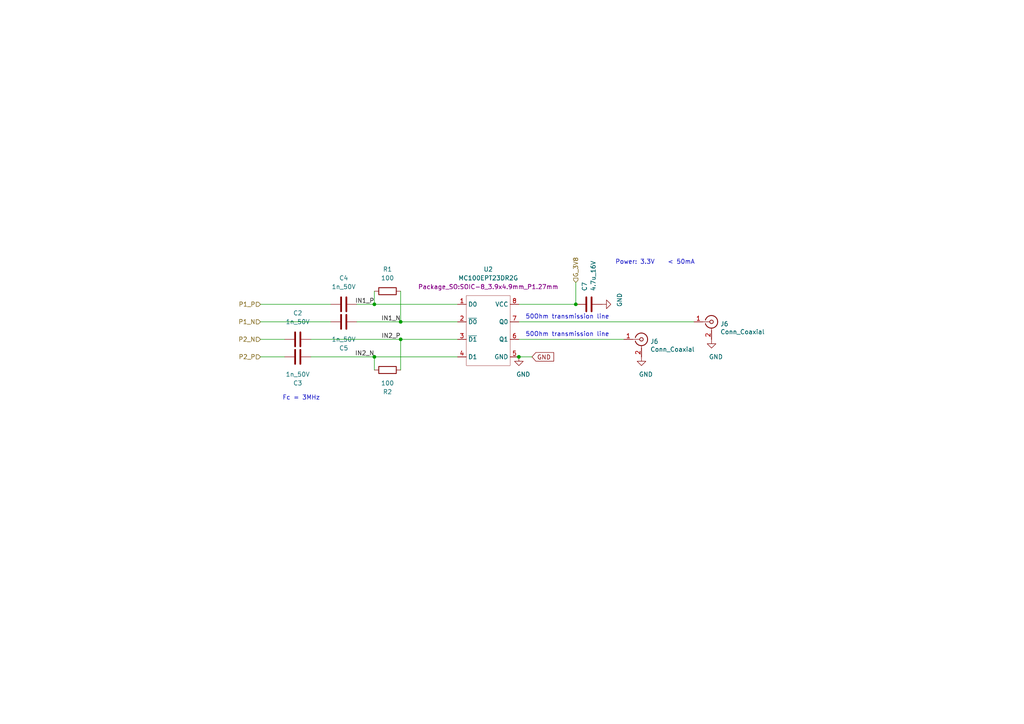
<source format=kicad_sch>
(kicad_sch (version 20230121) (generator eeschema)
  (paper "A4")
  (lib_symbols
    (symbol "APDdev_Library:MC100EPT23DR2G"
      (property "Reference" "U23" (at 0 17.78 0))
      (property "Value" "MC100EPT23DR2G" (at 0 15.24 0))
      (property "Footprint" "Package_SO:SOIC-8_3.9x4.9mm_P1.27mm" (at 0 12.7 0))
      (symbol "MC100EPT23DR2G_0_1"
        (rectangle (start -6.35 10.16) (end 6.35 -10.16) (stroke (width 0.001)))
      )
      (symbol "MC100EPT23DR2G_1_1"
        (pin input line (at -8.89 7.62 0) (length 2.54) (name "D0") (number "1"))
        (pin input line (at -8.89 2.54 0) (length 2.54) (name "~{D0}") (number "2"))
        (pin input line (at -8.89 -2.54 0) (length 2.54) (name "~{D1}") (number "3"))
        (pin input line (at -8.89 -7.62 0) (length 2.54) (name "D1") (number "4"))
        (pin power_in line (at 8.89 -7.62 180) (length 2.54) (name "GND") (number "5"))
        (pin output line (at 8.89 -2.54 180) (length 2.54) (name "Q1") (number "6"))
        (pin output line (at 8.89 2.54 180) (length 2.54) (name "Q0") (number "7"))
        (pin power_in line (at 8.89 7.62 180) (length 2.54) (name "VCC") (number "8"))
      )
    )
    (symbol "Connector:Conn_Coaxial" (pin_names (offset 1.016) hide)
      (property "Reference" "J" (at 0.254 3.048 0))
      (property "Value" "Conn_Coaxial" (at 2.921 0 90))
      (symbol "Conn_Coaxial_0_1"
        (arc (start -1.778 -0.508) (mid 0.2311 -1.8066) (end 1.778 0) (stroke (width 0.254)))
        (polyline (pts (xy -2.54 0) (xy -0.508 0)))
        (polyline (pts (xy 0 -2.54) (xy 0 -1.778)))
        (circle (center 0 0) (radius 0.508) (stroke (width 0.2032)))
        (arc (start 1.778 0) (mid 0.2099 1.8101) (end -1.778 0.508) (stroke (width 0.254)))
      )
      (symbol "Conn_Coaxial_1_1"
        (pin passive line (at -5.08 0 0) (length 2.54) (name "In") (number "1"))
        (pin passive line (at 0 -5.08 90) (length 2.54) (name "Ext") (number "2"))
      )
    )
    (symbol "Device:C" (pin_numbers hide) (pin_names (offset 0.254))
      (property "Reference" "C" (at 0.635 2.54 0))
      (property "Value" "C" (at 0.635 -2.54 0))
      (symbol "C_0_1"
        (polyline (pts (xy -2.032 -0.762) (xy 2.032 -0.762)) (stroke (width 0.508)))
        (polyline (pts (xy -2.032 0.762) (xy 2.032 0.762)) (stroke (width 0.508)))
      )
      (symbol "C_1_1"
        (pin passive line (at 0 3.81 270) (length 2.794) (name "~") (number "1"))
        (pin passive line (at 0 -3.81 90) (length 2.794) (name "~") (number "2"))
      )
    )
    (symbol "Device:R" (pin_numbers hide) (pin_names (offset 0))
      (property "Reference" "R" (at 2.032 0 90))
      (property "Value" "R" (at 0 0 90))
      (symbol "R_0_1"
        (rectangle (start -1.016 -2.54) (end 1.016 2.54) (stroke (width 0.254)))
      )
      (symbol "R_1_1"
        (pin passive line (at 0 3.81 270) (length 1.27) (name "~") (number "1"))
        (pin passive line (at 0 -3.81 90) (length 1.27) (name "~") (number "2"))
      )
    )
    (symbol "power:GND" (power) (pin_names (offset 0))
      (property "Value" "GND" (at 0 -3.81 0))
      (symbol "GND_0_1"
        (polyline (pts (xy 0 0) (xy 0 -1.27) (xy 1.27 -1.27) (xy 0 -2.54) (xy -1.27 -1.27) (xy 0 -1.27)))
      )
      (symbol "GND_1_1"
        (pin power_in line (at 0 0 270) (length 0) hide (name "GND") (number "1"))
      )
    )
  )
  (junction (at 150.495 103.505))
  (junction (at 167.005 88.265) (diameter 0.9144))
  (junction (at 116.205 98.425) (diameter 0.9144))
  (junction (at 108.585 103.505) (diameter 0.9144))
  (junction (at 108.585 88.265) (diameter 0.9144))
  (junction (at 116.205 93.345) (diameter 0.9144))
  (wire (pts (xy 108.585 88.265) (xy 132.715 88.265)))
  (wire (pts (xy 167.005 81.915) (xy 167.005 88.265)))
  (wire (pts (xy 116.205 98.425) (xy 116.205 107.315)))
  (wire (pts (xy 90.17 98.425) (xy 116.205 98.425)))
  (wire (pts (xy 75.565 103.505) (xy 82.55 103.505)))
  (wire (pts (xy 150.495 93.345) (xy 201.295 93.345)))
  (wire (pts (xy 75.565 93.345) (xy 95.885 93.345)))
  (wire (pts (xy 103.505 93.345) (xy 116.205 93.345)))
  (wire (pts (xy 108.585 103.505) (xy 132.715 103.505)))
  (wire (pts (xy 116.205 98.425) (xy 132.715 98.425)))
  (wire (pts (xy 116.205 84.455) (xy 116.205 93.345)))
  (wire (pts (xy 116.205 93.345) (xy 132.715 93.345)))
  (wire (pts (xy 103.505 88.265) (xy 108.585 88.265)))
  (wire (pts (xy 150.495 88.265) (xy 167.005 88.265)))
  (wire (pts (xy 150.495 103.505) (xy 154.305 103.505)))
  (wire (pts (xy 108.585 103.505) (xy 108.585 107.315)))
  (wire (pts (xy 75.565 98.425) (xy 82.55 98.425)))
  (wire (pts (xy 90.17 103.505) (xy 108.585 103.505)))
  (wire (pts (xy 150.495 98.425) (xy 180.975 98.425)))
  (wire (pts (xy 108.585 84.455) (xy 108.585 88.265)))
  (wire (pts (xy 75.565 88.265) (xy 95.885 88.265)))
  (text "Power: 3.3V    < 50mA" (at 178.435 76.835 0) (effects (font (size 1.27 1.27)) (justify left bottom)))
  (text "50Ohm transmission line" (at 152.4 92.71 0) (effects (font (size 1.27 1.27)) (justify left bottom)))
  (text "50Ohm transmission line" (at 152.4 97.79 0) (effects (font (size 1.27 1.27)) (justify left bottom)))
  (text "Fc = 3MHz" (at 81.915 116.205 0) (effects (font (size 1.27 1.27)) (justify left bottom)))
  (label "IN2_P" (at 116.205 98.425 180))
  (label "IN2_N" (at 108.585 103.505 180))
  (label "IN1_N" (at 116.205 93.345 180))
  (label "IN1_P" (at 108.585 88.265 180))
  (global_label "GND" (shape input) (at 154.305 103.505 0) (property "Intersheetrefs" "${INTERSHEET_REFS}" (effects hide)))
  (hierarchical_label "G_3V8" (shape input) (at 167.005 81.915 90) (property "Intersheetrefs" "${INTERSHEET_REFS}" (effects hide)))
  (hierarchical_label "P2_N" (shape input) (at 75.565 98.425 180))
  (hierarchical_label "P2_P" (shape input) (at 75.565 103.505 180))
  (hierarchical_label "P1_P" (shape input) (at 75.565 88.265 180))
  (hierarchical_label "P1_N" (shape input) (at 75.565 93.345 180))
  (symbol (lib_id "Device:C") (at 86.36 103.505 270) (unit 1)
    (property "Reference" "C3" (at 86.36 111.125 90))
    (property "Value" "1n_50V" (at 86.36 108.585 90))
    (property "Footprint" "Capacitor_SMD:C_0603_1608Metric" (effects hide))
    (property "Datasheet" "https://www.mouser.fr/ProductDetail/TAIYO-YUDEN/UMK107SD102KA-T?qs=PzICbMaShUdCPqt1cWoINg%3D%3D" (effects hide))
    (property "Part" " UMK107SD102KA-T" (effects hide))
    (property "Description" "Multilayer Ceramic Capacitors MLCC - SMD/SMT 0603 50VDC 1nF 10% Low Distort" (effects hide))
    (property "Man" "Taiyo yuden" (effects hide))
    (property "Unitprice" "0.141" (effects hide))
    (property "Dis" "Mouser" (effects hide))
    (instances (project "translator_cml2ttl" (path "" (reference "C3") (unit 1))) (project "Bread70" (path "" (reference "C283") (unit 1))))
  )
  (symbol (lib_id "power:GND") (at 174.625 88.265 90) (unit 1)
    (property "Reference" "#PWR013" (effects hide))
    (property "Value" "GND" (at 179.705 86.995 0))
    (instances (project "translator_cml2ttl" (path "" (reference "#PWR013") (unit 1))) (project "Bread70" (path "" (reference "#PWR0221") (unit 1))))
  )
  (symbol (lib_id "Device:C") (at 170.815 88.265 90) (unit 1)
    (property "Reference" "C7" (at 169.545 84.455 0) (effects (justify left)))
    (property "Value" "4.7u_16V" (at 172.085 84.455 0) (effects (justify left)))
    (property "Footprint" "Capacitor_SMD:C_0805_2012Metric" (effects hide))
    (property "Datasheet" "https://www.mouser.fr/ProductDetail/Taiyo-Yuden/EMF212AB7475KGHT/?qs=%252B6g0mu59x7Ihev6IMgBBpw%3D%3D" (effects hide))
    (property "Part" "EMF212AB7475KGHT " (effects hide))
    (property "Description" " Multilayer Ceramic Capacitors MLCC - SMD/SMT 0805 16VDC 4.7uF 10% X7R AEC-Q200" (effects hide))
    (property "Dis" "Mouser" (effects hide))
    (property "Man" "Taiyo Yuden" (effects hide))
    (property "Unitprice" "0.273" (effects hide))
    (instances (project "translator_cml2ttl" (path "" (reference "C7") (unit 1))) (project "Bread70" (path "" (reference "C286") (unit 1))))
  )
  (symbol (lib_id "Device:C") (at 86.36 98.425 90) (unit 1)
    (property "Reference" "C2" (at 86.36 90.805 90))
    (property "Value" "1n_50V" (at 86.36 93.345 90))
    (property "Footprint" "Capacitor_SMD:C_0603_1608Metric" (effects hide))
    (property "Datasheet" "https://www.mouser.fr/ProductDetail/TAIYO-YUDEN/UMK107SD102KA-T?qs=PzICbMaShUdCPqt1cWoINg%3D%3D" (effects hide))
    (property "Part" " UMK107SD102KA-T" (effects hide))
    (property "Description" "Multilayer Ceramic Capacitors MLCC - SMD/SMT 0603 50VDC 1nF 10% Low Distort" (effects hide))
    (property "Man" "Taiyo yuden" (effects hide))
    (property "Unitprice" "0.141" (effects hide))
    (property "Dis" "Mouser" (effects hide))
    (instances (project "translator_cml2ttl" (path "" (reference "C2") (unit 1))) (project "Bread70" (path "" (reference "C282") (unit 1))))
  )
  (symbol (lib_id "APDdev_Library:MC100EPT23DR2G") (at 141.605 95.885 0) (unit 1)
    (property "Reference" "U2" (at 141.605 78.105 0))
    (property "Value" "MC100EPT23DR2G" (at 141.605 80.645 0))
    (property "Footprint" "Package_SO:SOIC-8_3.9x4.9mm_P1.27mm" (at 141.605 83.185 0))
    (property "Datasheet" "https://www.mouser.fr/ProductDetail/ON-Semiconductor/MC100EPT23DR2G/?qs=zorda86t5M%2F6I37%252BUDBbrg%3D%3D" (effects hide))
    (property "Part" "MC100EPT23DR2G " (effects hide))
    (property "Dis" "Mouser" (effects hide))
    (property "Man" "ON-Semi" (effects hide))
    (property "Description" " Translation - Voltage Levels 3.3V Dual Diff LVPECL to LVTTL" (effects hide))
    (property "Unitprice" "11.57" (effects hide))
    (instances (project "translator_cml2ttl" (path "" (reference "U2") (unit 1))) (project "Bread70" (path "" (reference "U23") (unit 1))))
  )
  (symbol (lib_id "Device:R") (at 112.395 84.455 90) (unit 1)
    (property "Reference" "R1" (at 112.395 78.105 90))
    (property "Value" "100" (at 112.395 80.645 90))
    (property "Footprint" "Resistor_SMD:R_0603_1608Metric" (effects hide))
    (property "Datasheet" "https://www.mouser.fr/ProductDetail/KOA-Speer/RN73R1JTTD1000F50?qs=vLWxofP3U2yYPkSOJCMWdQ%3D%3D" (effects hide))
    (property "Part" "RN73R1JTTD1000F50" (effects hide))
    (property "Description" " Thin Film Resistors - SMD 100 ohm 1% 50 ppm" (effects hide))
    (property "Dis" "Mouser" (effects hide))
    (property "Man" "KOA Speer " (effects hide))
    (property "Unitprice" "0.443" (effects hide))
    (instances (project "translator_cml2ttl" (path "" (reference "R1") (unit 1))) (project "Bread70" (path "" (reference "R98") (unit 1))))
  )
  (symbol (lib_id "power:GND") (at 206.375 98.425 0) (unit 1)
    (property "Reference" "#PWR014" (effects hide))
    (property "Value" "GND" (at 207.645 103.505 0))
    (instances (project "translator_cml2ttl" (path "" (reference "#PWR014") (unit 1))) (project "Bread70" (path "" (reference "#PWR0222") (unit 1))))
  )
  (symbol (lib_id "Connector:Conn_Coaxial") (at 186.055 98.425 0) (unit 1)
    (property "Reference" "J6" (at 188.5951 99.0409 0) (effects (justify left)))
    (property "Value" "Conn_Coaxial" (at 188.5951 101.3396 0) (effects (justify left)))
    (property "Footprint" "Connector_Coaxial:SMA_Amphenol_132134_Vertical" (effects hide))
    (property "Datasheet" "https://www.mouser.fr/ProductDetail/Amphenol-RF/132134/?qs=b8dDPpdgesvQEpS4IQp3aA%3D%3D" (effects hide))
    (property "Part" "132134" (effects hide))
    (property "Man" "Amphenol RF" (effects hide))
    (property "Description" " RF Connectors / Coaxial Connectors SMA STRAIGHT PCB RECEPTACLE" (effects hide))
    (property "Dis" "Mouser" (effects hide))
    (property "Unitprice" "5.68" (effects hide))
    (instances (project "tdc" (path "" (reference "J6") (unit 1))) (project "Bread" (path "" (reference "J15") (unit 1))) (project "Bread70" (path "" (reference "J12") (unit 1)) (path "" (reference "J16") (unit 1)) (path "" (reference "J18") (unit 1))))
  )
  (symbol (lib_id "power:GND") (at 186.055 103.505 0) (unit 1)
    (property "Reference" "#PWR012" (effects hide))
    (property "Value" "GND" (at 187.325 108.585 0))
    (instances (project "translator_cml2ttl" (path "" (reference "#PWR012") (unit 1))) (project "Bread70" (path "" (reference "#PWR0220") (unit 1))))
  )
  (symbol (lib_id "Device:R") (at 112.395 107.315 270) (unit 1)
    (property "Reference" "R2" (at 112.395 113.665 90))
    (property "Value" "100" (at 112.395 111.125 90))
    (property "Footprint" "Resistor_SMD:R_0603_1608Metric" (effects hide))
    (property "Datasheet" "https://www.mouser.fr/ProductDetail/KOA-Speer/RN73R1JTTD1000F50?qs=vLWxofP3U2yYPkSOJCMWdQ%3D%3D" (effects hide))
    (property "Part" "RN73R1JTTD1000F50" (effects hide))
    (property "Description" " Thin Film Resistors - SMD 100 ohm 1% 50 ppm" (effects hide))
    (property "Dis" "Mouser" (effects hide))
    (property "Man" "KOA Speer " (effects hide))
    (property "Unitprice" "0.443" (effects hide))
    (instances (project "translator_cml2ttl" (path "" (reference "R2") (unit 1))) (project "Bread70" (path "" (reference "R99") (unit 1))))
  )
  (symbol (lib_id "Device:C") (at 99.695 88.265 90) (unit 1)
    (property "Reference" "C4" (at 99.695 80.645 90))
    (property "Value" "1n_50V" (at 99.695 83.185 90))
    (property "Footprint" "Capacitor_SMD:C_0603_1608Metric" (effects hide))
    (property "Datasheet" "https://www.mouser.fr/ProductDetail/TAIYO-YUDEN/UMK107SD102KA-T?qs=PzICbMaShUdCPqt1cWoINg%3D%3D" (effects hide))
    (property "Part" " UMK107SD102KA-T" (effects hide))
    (property "Description" "Multilayer Ceramic Capacitors MLCC - SMD/SMT 0603 50VDC 1nF 10% Low Distort" (effects hide))
    (property "Man" "Taiyo yuden" (effects hide))
    (property "Unitprice" "0.141" (effects hide))
    (property "Dis" "Mouser" (effects hide))
    (instances (project "translator_cml2ttl" (path "" (reference "C4") (unit 1))) (project "Bread70" (path "" (reference "C284") (unit 1))))
  )
  (symbol (lib_id "Device:C") (at 99.695 93.345 270) (unit 1)
    (property "Reference" "C5" (at 99.695 100.965 90))
    (property "Value" "1n_50V" (at 99.695 98.425 90))
    (property "Footprint" "Capacitor_SMD:C_0603_1608Metric" (effects hide))
    (property "Datasheet" "https://www.mouser.fr/ProductDetail/TAIYO-YUDEN/UMK107SD102KA-T?qs=PzICbMaShUdCPqt1cWoINg%3D%3D" (effects hide))
    (property "Part" " UMK107SD102KA-T" (effects hide))
    (property "Description" "Multilayer Ceramic Capacitors MLCC - SMD/SMT 0603 50VDC 1nF 10% Low Distort" (effects hide))
    (property "Man" "Taiyo yuden" (effects hide))
    (property "Unitprice" "0.141" (effects hide))
    (property "Dis" "Mouser" (effects hide))
    (instances (project "translator_cml2ttl" (path "" (reference "C5") (unit 1))) (project "Bread70" (path "" (reference "C285") (unit 1))))
  )
  (symbol (lib_id "Connector:Conn_Coaxial") (at 206.375 93.345 0) (unit 1)
    (property "Reference" "J6" (at 208.9151 93.9609 0) (effects (justify left)))
    (property "Value" "Conn_Coaxial" (at 208.9151 96.2596 0) (effects (justify left)))
    (property "Footprint" "Connector_Coaxial:SMA_Amphenol_132134_Vertical" (effects hide))
    (property "Datasheet" "https://www.mouser.fr/ProductDetail/Amphenol-RF/132134/?qs=b8dDPpdgesvQEpS4IQp3aA%3D%3D" (effects hide))
    (property "Part" "132134" (effects hide))
    (property "Man" "Amphenol RF" (effects hide))
    (property "Description" " RF Connectors / Coaxial Connectors SMA STRAIGHT PCB RECEPTACLE" (effects hide))
    (property "Dis" "Mouser" (effects hide))
    (property "Unitprice" "5.68" (effects hide))
    (instances (project "tdc" (path "" (reference "J6") (unit 1))) (project "Bread" (path "" (reference "J15") (unit 1))) (project "Bread70" (path "" (reference "J12") (unit 1)) (path "" (reference "J16") (unit 1)) (path "" (reference "J22") (unit 1))))
  )
  (symbol (lib_id "power:GND") (at 150.495 103.505 0) (unit 1)
    (property "Reference" "#PWR011" (effects hide))
    (property "Value" "GND" (at 151.765 108.585 0))
    (instances (project "translator_cml2ttl" (path "" (reference "#PWR011") (unit 1))) (project "Bread70" (path "" (reference "#PWR0219") (unit 1))))
  )
)
</source>
